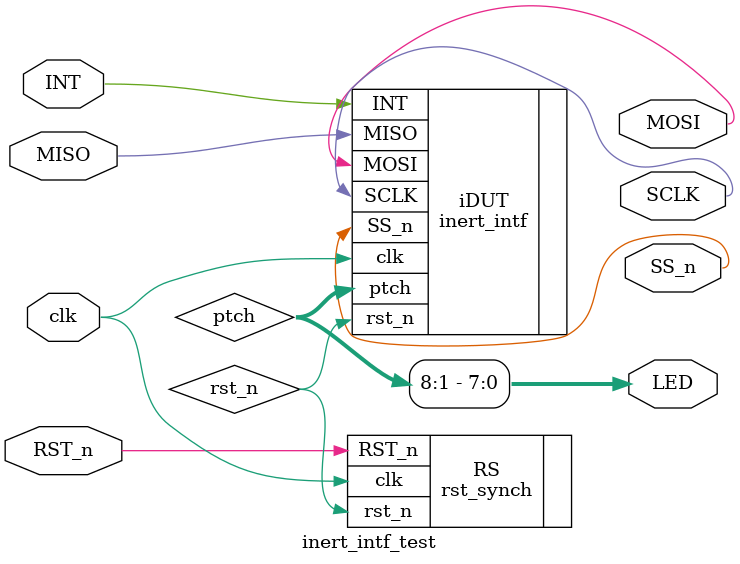
<source format=sv>
module inert_intf_test(clk, RST_n, MISO, MOSI, INT, SS_n, SCLK, LED);

//inputs and outputs
input MISO, INT, clk, RST_n;
output SS_n, SCLK, MOSI;
output [7:0] LED;

//internal wires
wire rst_n;
reg[15:0] ptch;

//instantiate rst_symch and inert_intf
rst_synch RS(.clk(clk), .RST_n(RST_n), .rst_n(rst_n));

inert_intf iDUT(.clk(clk), .rst_n(rst_n), .SS_n(SS_n), .SCLK(SCLK), .MOSI(MOSI), .MISO(MISO), .INT(INT),
 	.ptch(ptch));
	
assign LED = ptch[8:1];


endmodule

</source>
